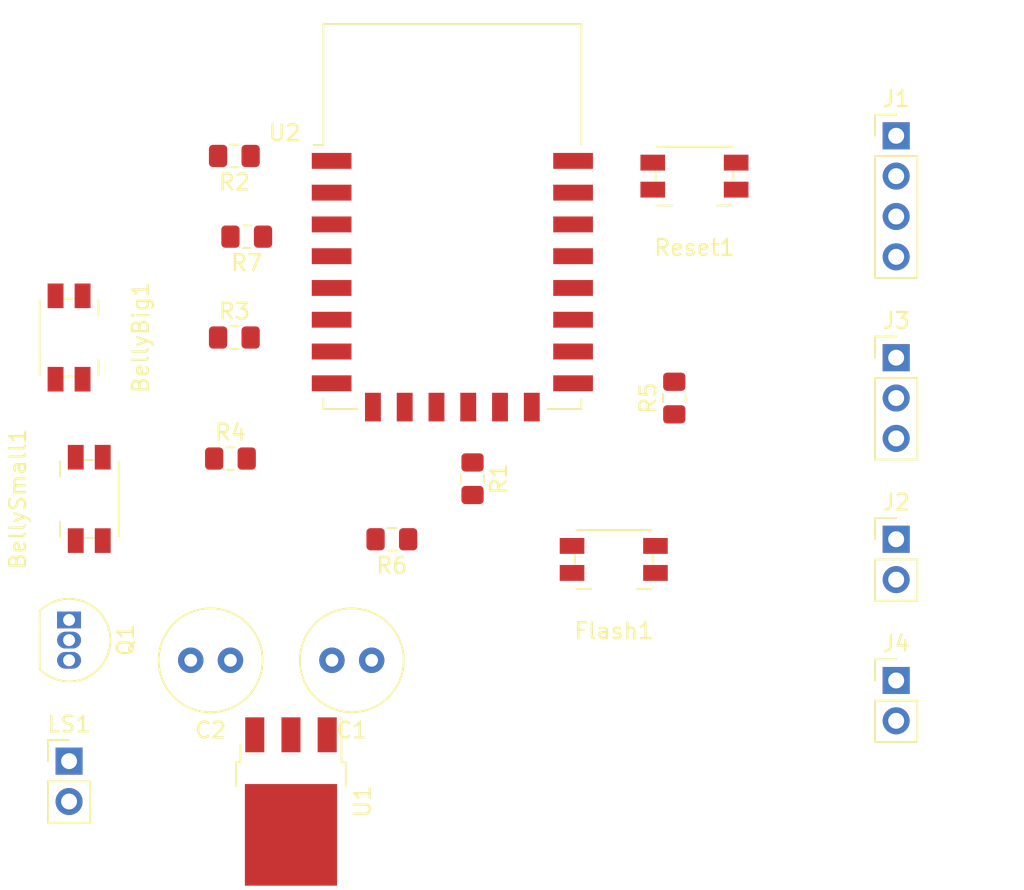
<source format=kicad_pcb>
(kicad_pcb (version 20171130) (host pcbnew 5.1.5+dfsg1-2build2)

  (general
    (thickness 1.6)
    (drawings 0)
    (tracks 0)
    (zones 0)
    (modules 21)
    (nets 28)
  )

  (page A4)
  (layers
    (0 F.Cu signal)
    (31 B.Cu signal)
    (32 B.Adhes user)
    (33 F.Adhes user)
    (34 B.Paste user)
    (35 F.Paste user)
    (36 B.SilkS user)
    (37 F.SilkS user)
    (38 B.Mask user)
    (39 F.Mask user)
    (40 Dwgs.User user)
    (41 Cmts.User user)
    (42 Eco1.User user)
    (43 Eco2.User user)
    (44 Edge.Cuts user)
    (45 Margin user)
    (46 B.CrtYd user)
    (47 F.CrtYd user)
    (48 B.Fab user)
    (49 F.Fab user)
  )

  (setup
    (last_trace_width 0.25)
    (trace_clearance 0.2)
    (zone_clearance 0.508)
    (zone_45_only no)
    (trace_min 0.2)
    (via_size 0.8)
    (via_drill 0.4)
    (via_min_size 0.4)
    (via_min_drill 0.3)
    (uvia_size 0.3)
    (uvia_drill 0.1)
    (uvias_allowed no)
    (uvia_min_size 0.2)
    (uvia_min_drill 0.1)
    (edge_width 0.05)
    (segment_width 0.2)
    (pcb_text_width 0.3)
    (pcb_text_size 1.5 1.5)
    (mod_edge_width 0.12)
    (mod_text_size 1 1)
    (mod_text_width 0.15)
    (pad_size 1.524 1.524)
    (pad_drill 0.762)
    (pad_to_mask_clearance 0.051)
    (solder_mask_min_width 0.25)
    (aux_axis_origin 0 0)
    (visible_elements FFFFFF7F)
    (pcbplotparams
      (layerselection 0x010fc_ffffffff)
      (usegerberextensions false)
      (usegerberattributes false)
      (usegerberadvancedattributes false)
      (creategerberjobfile false)
      (excludeedgelayer true)
      (linewidth 0.100000)
      (plotframeref false)
      (viasonmask false)
      (mode 1)
      (useauxorigin false)
      (hpglpennumber 1)
      (hpglpenspeed 20)
      (hpglpendiameter 15.000000)
      (psnegative false)
      (psa4output false)
      (plotreference true)
      (plotvalue true)
      (plotinvisibletext false)
      (padsonsilk false)
      (subtractmaskfromsilk false)
      (outputformat 1)
      (mirror false)
      (drillshape 1)
      (scaleselection 1)
      (outputdirectory ""))
  )

  (net 0 "")
  (net 1 "Net-(Q1-Pad2)")
  (net 2 GND)
  (net 3 /SPK_OUT)
  (net 4 +5V)
  (net 5 +3V3)
  (net 6 /FLASH)
  (net 7 /RST)
  (net 8 /BELLY_BIG)
  (net 9 /BELLY_SMALL)
  (net 10 /RX)
  (net 11 "Net-(R6-Pad1)")
  (net 12 "Net-(U2-Pad2)")
  (net 13 "Net-(R7-Pad1)")
  (net 14 "Net-(U2-Pad4)")
  (net 15 "Net-(U2-Pad5)")
  (net 16 "Net-(U2-Pad6)")
  (net 17 "Net-(U2-Pad7)")
  (net 18 "Net-(U2-Pad11)")
  (net 19 "Net-(U2-Pad13)")
  (net 20 "Net-(U2-Pad14)")
  (net 21 /TX)
  (net 22 "Net-(U2-Pad17)")
  (net 23 "Net-(U2-Pad18)")
  (net 24 "Net-(U2-Pad19)")
  (net 25 "Net-(U2-Pad20)")
  (net 26 "Net-(U2-Pad21)")
  (net 27 "Net-(U2-Pad22)")

  (net_class Default "This is the default net class."
    (clearance 0.2)
    (trace_width 0.25)
    (via_dia 0.8)
    (via_drill 0.4)
    (uvia_dia 0.3)
    (uvia_drill 0.1)
    (add_net +3V3)
    (add_net +5V)
    (add_net /BELLY_BIG)
    (add_net /BELLY_SMALL)
    (add_net /FLASH)
    (add_net /RST)
    (add_net /RX)
    (add_net /SPK_OUT)
    (add_net /TX)
    (add_net GND)
    (add_net "Net-(Q1-Pad2)")
    (add_net "Net-(R6-Pad1)")
    (add_net "Net-(R7-Pad1)")
    (add_net "Net-(U2-Pad11)")
    (add_net "Net-(U2-Pad13)")
    (add_net "Net-(U2-Pad14)")
    (add_net "Net-(U2-Pad17)")
    (add_net "Net-(U2-Pad18)")
    (add_net "Net-(U2-Pad19)")
    (add_net "Net-(U2-Pad2)")
    (add_net "Net-(U2-Pad20)")
    (add_net "Net-(U2-Pad21)")
    (add_net "Net-(U2-Pad22)")
    (add_net "Net-(U2-Pad4)")
    (add_net "Net-(U2-Pad5)")
    (add_net "Net-(U2-Pad6)")
    (add_net "Net-(U2-Pad7)")
  )

  (module Resistor_SMD:R_0805_2012Metric_Pad1.15x1.40mm_HandSolder (layer F.Cu) (tedit 5B36C52B) (tstamp 5FA1D99A)
    (at 93.735 19.05 180)
    (descr "Resistor SMD 0805 (2012 Metric), square (rectangular) end terminal, IPC_7351 nominal with elongated pad for handsoldering. (Body size source: https://docs.google.com/spreadsheets/d/1BsfQQcO9C6DZCsRaXUlFlo91Tg2WpOkGARC1WS5S8t0/edit?usp=sharing), generated with kicad-footprint-generator")
    (tags "resistor handsolder")
    (path /5FA7C6F6)
    (attr smd)
    (fp_text reference R7 (at 0 -1.65) (layer F.SilkS)
      (effects (font (size 1 1) (thickness 0.15)))
    )
    (fp_text value 10k (at 0 1.65) (layer F.Fab)
      (effects (font (size 1 1) (thickness 0.15)))
    )
    (fp_text user %R (at 0 0) (layer F.Fab)
      (effects (font (size 0.5 0.5) (thickness 0.08)))
    )
    (fp_line (start 1.85 0.95) (end -1.85 0.95) (layer F.CrtYd) (width 0.05))
    (fp_line (start 1.85 -0.95) (end 1.85 0.95) (layer F.CrtYd) (width 0.05))
    (fp_line (start -1.85 -0.95) (end 1.85 -0.95) (layer F.CrtYd) (width 0.05))
    (fp_line (start -1.85 0.95) (end -1.85 -0.95) (layer F.CrtYd) (width 0.05))
    (fp_line (start -0.261252 0.71) (end 0.261252 0.71) (layer F.SilkS) (width 0.12))
    (fp_line (start -0.261252 -0.71) (end 0.261252 -0.71) (layer F.SilkS) (width 0.12))
    (fp_line (start 1 0.6) (end -1 0.6) (layer F.Fab) (width 0.1))
    (fp_line (start 1 -0.6) (end 1 0.6) (layer F.Fab) (width 0.1))
    (fp_line (start -1 -0.6) (end 1 -0.6) (layer F.Fab) (width 0.1))
    (fp_line (start -1 0.6) (end -1 -0.6) (layer F.Fab) (width 0.1))
    (pad 2 smd roundrect (at 1.025 0 180) (size 1.15 1.4) (layers F.Cu F.Paste F.Mask) (roundrect_rratio 0.217391)
      (net 5 +3V3))
    (pad 1 smd roundrect (at -1.025 0 180) (size 1.15 1.4) (layers F.Cu F.Paste F.Mask) (roundrect_rratio 0.217391)
      (net 13 "Net-(R7-Pad1)"))
    (model ${KISYS3DMOD}/Resistor_SMD.3dshapes/R_0805_2012Metric.wrl
      (at (xyz 0 0 0))
      (scale (xyz 1 1 1))
      (rotate (xyz 0 0 0))
    )
  )

  (module Connector_PinHeader_2.54mm:PinHeader_1x02_P2.54mm_Vertical (layer F.Cu) (tedit 59FED5CC) (tstamp 5FA1D8A7)
    (at 82.55 52.07)
    (descr "Through hole straight pin header, 1x02, 2.54mm pitch, single row")
    (tags "Through hole pin header THT 1x02 2.54mm single row")
    (path /5F9F2EAD)
    (fp_text reference LS1 (at 0 -2.33) (layer F.SilkS)
      (effects (font (size 1 1) (thickness 0.15)))
    )
    (fp_text value Speaker (at 0 4.87) (layer F.Fab)
      (effects (font (size 1 1) (thickness 0.15)))
    )
    (fp_text user %R (at 0 1.27 90) (layer F.Fab)
      (effects (font (size 1 1) (thickness 0.15)))
    )
    (fp_line (start 1.8 -1.8) (end -1.8 -1.8) (layer F.CrtYd) (width 0.05))
    (fp_line (start 1.8 4.35) (end 1.8 -1.8) (layer F.CrtYd) (width 0.05))
    (fp_line (start -1.8 4.35) (end 1.8 4.35) (layer F.CrtYd) (width 0.05))
    (fp_line (start -1.8 -1.8) (end -1.8 4.35) (layer F.CrtYd) (width 0.05))
    (fp_line (start -1.33 -1.33) (end 0 -1.33) (layer F.SilkS) (width 0.12))
    (fp_line (start -1.33 0) (end -1.33 -1.33) (layer F.SilkS) (width 0.12))
    (fp_line (start -1.33 1.27) (end 1.33 1.27) (layer F.SilkS) (width 0.12))
    (fp_line (start 1.33 1.27) (end 1.33 3.87) (layer F.SilkS) (width 0.12))
    (fp_line (start -1.33 1.27) (end -1.33 3.87) (layer F.SilkS) (width 0.12))
    (fp_line (start -1.33 3.87) (end 1.33 3.87) (layer F.SilkS) (width 0.12))
    (fp_line (start -1.27 -0.635) (end -0.635 -1.27) (layer F.Fab) (width 0.1))
    (fp_line (start -1.27 3.81) (end -1.27 -0.635) (layer F.Fab) (width 0.1))
    (fp_line (start 1.27 3.81) (end -1.27 3.81) (layer F.Fab) (width 0.1))
    (fp_line (start 1.27 -1.27) (end 1.27 3.81) (layer F.Fab) (width 0.1))
    (fp_line (start -0.635 -1.27) (end 1.27 -1.27) (layer F.Fab) (width 0.1))
    (pad 2 thru_hole oval (at 0 2.54) (size 1.7 1.7) (drill 1) (layers *.Cu *.Mask)
      (net 3 /SPK_OUT))
    (pad 1 thru_hole rect (at 0 0) (size 1.7 1.7) (drill 1) (layers *.Cu *.Mask)
      (net 4 +5V))
    (model ${KISYS3DMOD}/Connector_PinHeader_2.54mm.3dshapes/PinHeader_1x02_P2.54mm_Vertical.wrl
      (at (xyz 0 0 0))
      (scale (xyz 1 1 1))
      (rotate (xyz 0 0 0))
    )
  )

  (module Capacitor_THT:C_Radial_D6.3mm_H11.0mm_P2.50mm (layer F.Cu) (tedit 5BC5C9B9) (tstamp 5FA1D7B3)
    (at 92.71 45.72 180)
    (descr "C, Radial series, Radial, pin pitch=2.50mm, diameter=6.3mm, height=11mm, Non-Polar Electrolytic Capacitor")
    (tags "C Radial series Radial pin pitch 2.50mm diameter 6.3mm height 11mm Non-Polar Electrolytic Capacitor")
    (path /5FA6DC5F)
    (fp_text reference C2 (at 1.25 -4.4) (layer F.SilkS)
      (effects (font (size 1 1) (thickness 0.15)))
    )
    (fp_text value 10uF (at 1.25 4.4) (layer F.Fab)
      (effects (font (size 1 1) (thickness 0.15)))
    )
    (fp_text user %R (at -0.23 2.54) (layer F.Fab)
      (effects (font (size 1 1) (thickness 0.15)))
    )
    (fp_circle (center 1.25 0) (end 4.65 0) (layer F.CrtYd) (width 0.05))
    (fp_circle (center 1.25 0) (end 4.52 0) (layer F.SilkS) (width 0.12))
    (fp_circle (center 1.25 0) (end 4.4 0) (layer F.Fab) (width 0.1))
    (pad 2 thru_hole circle (at 2.5 0 180) (size 1.6 1.6) (drill 0.8) (layers *.Cu *.Mask)
      (net 2 GND))
    (pad 1 thru_hole circle (at 0 0 180) (size 1.6 1.6) (drill 0.8) (layers *.Cu *.Mask)
      (net 5 +3V3))
    (model ${KISYS3DMOD}/Capacitor_THT.3dshapes/C_Radial_D6.3mm_H11.0mm_P2.50mm.wrl
      (at (xyz 0 0 0))
      (scale (xyz 1 1 1))
      (rotate (xyz 0 0 0))
    )
  )

  (module Capacitor_THT:C_Radial_D6.3mm_H11.0mm_P2.50mm (layer F.Cu) (tedit 5BC5C9B9) (tstamp 5FA1D7A9)
    (at 101.6 45.72 180)
    (descr "C, Radial series, Radial, pin pitch=2.50mm, diameter=6.3mm, height=11mm, Non-Polar Electrolytic Capacitor")
    (tags "C Radial series Radial pin pitch 2.50mm diameter 6.3mm height 11mm Non-Polar Electrolytic Capacitor")
    (path /5FA6E73C)
    (fp_text reference C1 (at 1.25 -4.4) (layer F.SilkS)
      (effects (font (size 1 1) (thickness 0.15)))
    )
    (fp_text value 10uF (at 1.25 4.4) (layer F.Fab)
      (effects (font (size 1 1) (thickness 0.15)))
    )
    (fp_text user %R (at 1.25 0) (layer F.Fab)
      (effects (font (size 1 1) (thickness 0.15)))
    )
    (fp_circle (center 1.25 0) (end 4.65 0) (layer F.CrtYd) (width 0.05))
    (fp_circle (center 1.25 0) (end 4.52 0) (layer F.SilkS) (width 0.12))
    (fp_circle (center 1.25 0) (end 4.4 0) (layer F.Fab) (width 0.1))
    (pad 2 thru_hole circle (at 2.5 0 180) (size 1.6 1.6) (drill 0.8) (layers *.Cu *.Mask)
      (net 2 GND))
    (pad 1 thru_hole circle (at 0 0 180) (size 1.6 1.6) (drill 0.8) (layers *.Cu *.Mask)
      (net 4 +5V))
    (model ${KISYS3DMOD}/Capacitor_THT.3dshapes/C_Radial_D6.3mm_H11.0mm_P2.50mm.wrl
      (at (xyz 0 0 0))
      (scale (xyz 1 1 1))
      (rotate (xyz 0 0 0))
    )
  )

  (module Connector_PinHeader_2.54mm:PinHeader_1x02_P2.54mm_Vertical (layer F.Cu) (tedit 59FED5CC) (tstamp 5FA1CD87)
    (at 134.62 46.99)
    (descr "Through hole straight pin header, 1x02, 2.54mm pitch, single row")
    (tags "Through hole pin header THT 1x02 2.54mm single row")
    (path /5FA53531)
    (fp_text reference J4 (at 0 -2.33) (layer F.SilkS)
      (effects (font (size 1 1) (thickness 0.15)))
    )
    (fp_text value Battery (at 0 4.87) (layer F.Fab)
      (effects (font (size 1 1) (thickness 0.15)))
    )
    (fp_text user %R (at 0 1.27 90) (layer F.Fab)
      (effects (font (size 1 1) (thickness 0.15)))
    )
    (fp_line (start 1.8 -1.8) (end -1.8 -1.8) (layer F.CrtYd) (width 0.05))
    (fp_line (start 1.8 4.35) (end 1.8 -1.8) (layer F.CrtYd) (width 0.05))
    (fp_line (start -1.8 4.35) (end 1.8 4.35) (layer F.CrtYd) (width 0.05))
    (fp_line (start -1.8 -1.8) (end -1.8 4.35) (layer F.CrtYd) (width 0.05))
    (fp_line (start -1.33 -1.33) (end 0 -1.33) (layer F.SilkS) (width 0.12))
    (fp_line (start -1.33 0) (end -1.33 -1.33) (layer F.SilkS) (width 0.12))
    (fp_line (start -1.33 1.27) (end 1.33 1.27) (layer F.SilkS) (width 0.12))
    (fp_line (start 1.33 1.27) (end 1.33 3.87) (layer F.SilkS) (width 0.12))
    (fp_line (start -1.33 1.27) (end -1.33 3.87) (layer F.SilkS) (width 0.12))
    (fp_line (start -1.33 3.87) (end 1.33 3.87) (layer F.SilkS) (width 0.12))
    (fp_line (start -1.27 -0.635) (end -0.635 -1.27) (layer F.Fab) (width 0.1))
    (fp_line (start -1.27 3.81) (end -1.27 -0.635) (layer F.Fab) (width 0.1))
    (fp_line (start 1.27 3.81) (end -1.27 3.81) (layer F.Fab) (width 0.1))
    (fp_line (start 1.27 -1.27) (end 1.27 3.81) (layer F.Fab) (width 0.1))
    (fp_line (start -0.635 -1.27) (end 1.27 -1.27) (layer F.Fab) (width 0.1))
    (pad 2 thru_hole oval (at 0 2.54) (size 1.7 1.7) (drill 1) (layers *.Cu *.Mask)
      (net 4 +5V))
    (pad 1 thru_hole rect (at 0 0) (size 1.7 1.7) (drill 1) (layers *.Cu *.Mask)
      (net 2 GND))
    (model ${KISYS3DMOD}/Connector_PinHeader_2.54mm.3dshapes/PinHeader_1x02_P2.54mm_Vertical.wrl
      (at (xyz 0 0 0))
      (scale (xyz 1 1 1))
      (rotate (xyz 0 0 0))
    )
  )

  (module Connector_PinHeader_2.54mm:PinHeader_1x03_P2.54mm_Vertical (layer F.Cu) (tedit 59FED5CC) (tstamp 5FA1CD71)
    (at 134.62 26.67)
    (descr "Through hole straight pin header, 1x03, 2.54mm pitch, single row")
    (tags "Through hole pin header THT 1x03 2.54mm single row")
    (path /5FA4342D)
    (fp_text reference J3 (at 0 -2.33) (layer F.SilkS)
      (effects (font (size 1 1) (thickness 0.15)))
    )
    (fp_text value "RGB LED" (at 0 7.41) (layer F.Fab)
      (effects (font (size 1 1) (thickness 0.15)))
    )
    (fp_text user %R (at 0 2.54 90) (layer F.Fab)
      (effects (font (size 1 1) (thickness 0.15)))
    )
    (fp_line (start 1.8 -1.8) (end -1.8 -1.8) (layer F.CrtYd) (width 0.05))
    (fp_line (start 1.8 6.85) (end 1.8 -1.8) (layer F.CrtYd) (width 0.05))
    (fp_line (start -1.8 6.85) (end 1.8 6.85) (layer F.CrtYd) (width 0.05))
    (fp_line (start -1.8 -1.8) (end -1.8 6.85) (layer F.CrtYd) (width 0.05))
    (fp_line (start -1.33 -1.33) (end 0 -1.33) (layer F.SilkS) (width 0.12))
    (fp_line (start -1.33 0) (end -1.33 -1.33) (layer F.SilkS) (width 0.12))
    (fp_line (start -1.33 1.27) (end 1.33 1.27) (layer F.SilkS) (width 0.12))
    (fp_line (start 1.33 1.27) (end 1.33 6.41) (layer F.SilkS) (width 0.12))
    (fp_line (start -1.33 1.27) (end -1.33 6.41) (layer F.SilkS) (width 0.12))
    (fp_line (start -1.33 6.41) (end 1.33 6.41) (layer F.SilkS) (width 0.12))
    (fp_line (start -1.27 -0.635) (end -0.635 -1.27) (layer F.Fab) (width 0.1))
    (fp_line (start -1.27 6.35) (end -1.27 -0.635) (layer F.Fab) (width 0.1))
    (fp_line (start 1.27 6.35) (end -1.27 6.35) (layer F.Fab) (width 0.1))
    (fp_line (start 1.27 -1.27) (end 1.27 6.35) (layer F.Fab) (width 0.1))
    (fp_line (start -0.635 -1.27) (end 1.27 -1.27) (layer F.Fab) (width 0.1))
    (pad 3 thru_hole oval (at 0 5.08) (size 1.7 1.7) (drill 1) (layers *.Cu *.Mask)
      (net 4 +5V))
    (pad 2 thru_hole oval (at 0 2.54) (size 1.7 1.7) (drill 1) (layers *.Cu *.Mask)
      (net 6 /FLASH))
    (pad 1 thru_hole rect (at 0 0) (size 1.7 1.7) (drill 1) (layers *.Cu *.Mask)
      (net 2 GND))
    (model ${KISYS3DMOD}/Connector_PinHeader_2.54mm.3dshapes/PinHeader_1x03_P2.54mm_Vertical.wrl
      (at (xyz 0 0 0))
      (scale (xyz 1 1 1))
      (rotate (xyz 0 0 0))
    )
  )

  (module Connector_PinHeader_2.54mm:PinHeader_1x02_P2.54mm_Vertical (layer F.Cu) (tedit 59FED5CC) (tstamp 5FA1CD5A)
    (at 134.62 38.1)
    (descr "Through hole straight pin header, 1x02, 2.54mm pitch, single row")
    (tags "Through hole pin header THT 1x02 2.54mm single row")
    (path /5FA4238A)
    (fp_text reference J2 (at 0 -2.33) (layer F.SilkS)
      (effects (font (size 1 1) (thickness 0.15)))
    )
    (fp_text value Speaker (at 0 4.87) (layer F.Fab)
      (effects (font (size 1 1) (thickness 0.15)))
    )
    (fp_text user %R (at 0 1.27 90) (layer F.Fab)
      (effects (font (size 1 1) (thickness 0.15)))
    )
    (fp_line (start 1.8 -1.8) (end -1.8 -1.8) (layer F.CrtYd) (width 0.05))
    (fp_line (start 1.8 4.35) (end 1.8 -1.8) (layer F.CrtYd) (width 0.05))
    (fp_line (start -1.8 4.35) (end 1.8 4.35) (layer F.CrtYd) (width 0.05))
    (fp_line (start -1.8 -1.8) (end -1.8 4.35) (layer F.CrtYd) (width 0.05))
    (fp_line (start -1.33 -1.33) (end 0 -1.33) (layer F.SilkS) (width 0.12))
    (fp_line (start -1.33 0) (end -1.33 -1.33) (layer F.SilkS) (width 0.12))
    (fp_line (start -1.33 1.27) (end 1.33 1.27) (layer F.SilkS) (width 0.12))
    (fp_line (start 1.33 1.27) (end 1.33 3.87) (layer F.SilkS) (width 0.12))
    (fp_line (start -1.33 1.27) (end -1.33 3.87) (layer F.SilkS) (width 0.12))
    (fp_line (start -1.33 3.87) (end 1.33 3.87) (layer F.SilkS) (width 0.12))
    (fp_line (start -1.27 -0.635) (end -0.635 -1.27) (layer F.Fab) (width 0.1))
    (fp_line (start -1.27 3.81) (end -1.27 -0.635) (layer F.Fab) (width 0.1))
    (fp_line (start 1.27 3.81) (end -1.27 3.81) (layer F.Fab) (width 0.1))
    (fp_line (start 1.27 -1.27) (end 1.27 3.81) (layer F.Fab) (width 0.1))
    (fp_line (start -0.635 -1.27) (end 1.27 -1.27) (layer F.Fab) (width 0.1))
    (pad 2 thru_hole oval (at 0 2.54) (size 1.7 1.7) (drill 1) (layers *.Cu *.Mask)
      (net 4 +5V))
    (pad 1 thru_hole rect (at 0 0) (size 1.7 1.7) (drill 1) (layers *.Cu *.Mask)
      (net 3 /SPK_OUT))
    (model ${KISYS3DMOD}/Connector_PinHeader_2.54mm.3dshapes/PinHeader_1x02_P2.54mm_Vertical.wrl
      (at (xyz 0 0 0))
      (scale (xyz 1 1 1))
      (rotate (xyz 0 0 0))
    )
  )

  (module Connector_PinHeader_2.54mm:PinHeader_1x04_P2.54mm_Vertical (layer F.Cu) (tedit 59FED5CC) (tstamp 5FA1CD44)
    (at 134.62 12.7)
    (descr "Through hole straight pin header, 1x04, 2.54mm pitch, single row")
    (tags "Through hole pin header THT 1x04 2.54mm single row")
    (path /5F9FC3C9)
    (fp_text reference J1 (at 0 -2.33) (layer F.SilkS)
      (effects (font (size 1 1) (thickness 0.15)))
    )
    (fp_text value "Programming Header" (at 0 9.95) (layer F.Fab)
      (effects (font (size 1 1) (thickness 0.15)))
    )
    (fp_text user %R (at 0 3.81 90) (layer F.Fab)
      (effects (font (size 1 1) (thickness 0.15)))
    )
    (fp_line (start 1.8 -1.8) (end -1.8 -1.8) (layer F.CrtYd) (width 0.05))
    (fp_line (start 1.8 9.4) (end 1.8 -1.8) (layer F.CrtYd) (width 0.05))
    (fp_line (start -1.8 9.4) (end 1.8 9.4) (layer F.CrtYd) (width 0.05))
    (fp_line (start -1.8 -1.8) (end -1.8 9.4) (layer F.CrtYd) (width 0.05))
    (fp_line (start -1.33 -1.33) (end 0 -1.33) (layer F.SilkS) (width 0.12))
    (fp_line (start -1.33 0) (end -1.33 -1.33) (layer F.SilkS) (width 0.12))
    (fp_line (start -1.33 1.27) (end 1.33 1.27) (layer F.SilkS) (width 0.12))
    (fp_line (start 1.33 1.27) (end 1.33 8.95) (layer F.SilkS) (width 0.12))
    (fp_line (start -1.33 1.27) (end -1.33 8.95) (layer F.SilkS) (width 0.12))
    (fp_line (start -1.33 8.95) (end 1.33 8.95) (layer F.SilkS) (width 0.12))
    (fp_line (start -1.27 -0.635) (end -0.635 -1.27) (layer F.Fab) (width 0.1))
    (fp_line (start -1.27 8.89) (end -1.27 -0.635) (layer F.Fab) (width 0.1))
    (fp_line (start 1.27 8.89) (end -1.27 8.89) (layer F.Fab) (width 0.1))
    (fp_line (start 1.27 -1.27) (end 1.27 8.89) (layer F.Fab) (width 0.1))
    (fp_line (start -0.635 -1.27) (end 1.27 -1.27) (layer F.Fab) (width 0.1))
    (pad 4 thru_hole oval (at 0 7.62) (size 1.7 1.7) (drill 1) (layers *.Cu *.Mask)
      (net 4 +5V))
    (pad 3 thru_hole oval (at 0 5.08) (size 1.7 1.7) (drill 1) (layers *.Cu *.Mask)
      (net 10 /RX))
    (pad 2 thru_hole oval (at 0 2.54) (size 1.7 1.7) (drill 1) (layers *.Cu *.Mask)
      (net 21 /TX))
    (pad 1 thru_hole rect (at 0 0) (size 1.7 1.7) (drill 1) (layers *.Cu *.Mask)
      (net 2 GND))
    (model ${KISYS3DMOD}/Connector_PinHeader_2.54mm.3dshapes/PinHeader_1x04_P2.54mm_Vertical.wrl
      (at (xyz 0 0 0))
      (scale (xyz 1 1 1))
      (rotate (xyz 0 0 0))
    )
  )

  (module Button_Switch_SMD:Panasonic_EVQPUJ_EVQPUA (layer F.Cu) (tedit 5A02FC95) (tstamp 5FA1BC02)
    (at 121.92 15.24 180)
    (descr http://industrial.panasonic.com/cdbs/www-data/pdf/ATV0000/ATV0000CE5.pdf)
    (tags "SMD SMT SPST EVQPUJ EVQPUA")
    (path /5FA0F0FA)
    (attr smd)
    (fp_text reference Reset1 (at 0 -4.5) (layer F.SilkS)
      (effects (font (size 1 1) (thickness 0.15)))
    )
    (fp_text value SW_Push (at 0 3.5) (layer F.Fab)
      (effects (font (size 1 1) (thickness 0.15)))
    )
    (fp_line (start 3.9 -3.25) (end -3.9 -3.25) (layer F.CrtYd) (width 0.05))
    (fp_line (start 3.9 2.25) (end -3.9 2.25) (layer F.CrtYd) (width 0.05))
    (fp_line (start -3.9 2.25) (end -3.9 -3.25) (layer F.CrtYd) (width 0.05))
    (fp_line (start -1.425 -1.85) (end -2.35 -1.85) (layer F.SilkS) (width 0.12))
    (fp_line (start 2.45 0.275) (end 2.45 -0.275) (layer F.SilkS) (width 0.12))
    (fp_line (start 2.35 1.75) (end -2.35 1.75) (layer F.Fab) (width 0.1))
    (fp_line (start 2.35 -1.75) (end -2.35 -1.75) (layer F.Fab) (width 0.1))
    (fp_line (start -2.35 1.75) (end -2.35 -1.75) (layer F.Fab) (width 0.1))
    (fp_line (start 2.35 1.75) (end 2.35 -1.75) (layer F.Fab) (width 0.1))
    (fp_line (start 1.3 -2.75) (end -1.3 -2.75) (layer F.Fab) (width 0.1))
    (fp_line (start 1.3 -2.75) (end 1.3 -1.75) (layer F.Fab) (width 0.1))
    (fp_line (start -1.3 -2.75) (end -1.3 -1.75) (layer F.Fab) (width 0.1))
    (fp_line (start -2.45 0.275) (end -2.45 -0.275) (layer F.SilkS) (width 0.12))
    (fp_line (start 2.35 1.85) (end -2.35 1.85) (layer F.SilkS) (width 0.12))
    (fp_line (start 2.35 -1.85) (end 1.425 -1.85) (layer F.SilkS) (width 0.12))
    (fp_line (start 3.9 2.25) (end 3.9 -3.25) (layer F.CrtYd) (width 0.05))
    (fp_text user %R (at 0 0) (layer F.Fab)
      (effects (font (size 1 1) (thickness 0.15)))
    )
    (pad 1 smd rect (at 2.625 -0.85) (size 1.55 1) (layers F.Cu F.Paste F.Mask)
      (net 2 GND))
    (pad 1 smd rect (at -2.625 -0.85) (size 1.55 1) (layers F.Cu F.Paste F.Mask)
      (net 2 GND))
    (pad 2 smd rect (at -2.625 0.85) (size 1.55 1) (layers F.Cu F.Paste F.Mask)
      (net 7 /RST))
    (pad 2 smd rect (at 2.625 0.85) (size 1.55 1) (layers F.Cu F.Paste F.Mask)
      (net 7 /RST))
    (model ${KISYS3DMOD}/Button_Switch_SMD.3dshapes/Panasonic_EVQPUJ_EVQPUA.wrl
      (at (xyz 0 0 0))
      (scale (xyz 1 1 1))
      (rotate (xyz 0 0 0))
    )
  )

  (module Button_Switch_SMD:Panasonic_EVQPUJ_EVQPUA (layer F.Cu) (tedit 5A02FC95) (tstamp 5FA1BB07)
    (at 116.84 39.37 180)
    (descr http://industrial.panasonic.com/cdbs/www-data/pdf/ATV0000/ATV0000CE5.pdf)
    (tags "SMD SMT SPST EVQPUJ EVQPUA")
    (path /5FA046C3)
    (attr smd)
    (fp_text reference Flash1 (at 0 -4.5 180) (layer F.SilkS)
      (effects (font (size 1 1) (thickness 0.15)))
    )
    (fp_text value SW_Push (at 0 3.5) (layer F.Fab)
      (effects (font (size 1 1) (thickness 0.15)))
    )
    (fp_line (start 3.9 -3.25) (end -3.9 -3.25) (layer F.CrtYd) (width 0.05))
    (fp_line (start 3.9 2.25) (end -3.9 2.25) (layer F.CrtYd) (width 0.05))
    (fp_line (start -3.9 2.25) (end -3.9 -3.25) (layer F.CrtYd) (width 0.05))
    (fp_line (start -1.425 -1.85) (end -2.35 -1.85) (layer F.SilkS) (width 0.12))
    (fp_line (start 2.45 0.275) (end 2.45 -0.275) (layer F.SilkS) (width 0.12))
    (fp_line (start 2.35 1.75) (end -2.35 1.75) (layer F.Fab) (width 0.1))
    (fp_line (start 2.35 -1.75) (end -2.35 -1.75) (layer F.Fab) (width 0.1))
    (fp_line (start -2.35 1.75) (end -2.35 -1.75) (layer F.Fab) (width 0.1))
    (fp_line (start 2.35 1.75) (end 2.35 -1.75) (layer F.Fab) (width 0.1))
    (fp_line (start 1.3 -2.75) (end -1.3 -2.75) (layer F.Fab) (width 0.1))
    (fp_line (start 1.3 -2.75) (end 1.3 -1.75) (layer F.Fab) (width 0.1))
    (fp_line (start -1.3 -2.75) (end -1.3 -1.75) (layer F.Fab) (width 0.1))
    (fp_line (start -2.45 0.275) (end -2.45 -0.275) (layer F.SilkS) (width 0.12))
    (fp_line (start 2.35 1.85) (end -2.35 1.85) (layer F.SilkS) (width 0.12))
    (fp_line (start 2.35 -1.85) (end 1.425 -1.85) (layer F.SilkS) (width 0.12))
    (fp_line (start 3.9 2.25) (end 3.9 -3.25) (layer F.CrtYd) (width 0.05))
    (fp_text user %R (at 0 0 180) (layer F.Fab)
      (effects (font (size 1 1) (thickness 0.15)))
    )
    (pad 1 smd rect (at 2.625 -0.85) (size 1.55 1) (layers F.Cu F.Paste F.Mask)
      (net 2 GND))
    (pad 1 smd rect (at -2.625 -0.85) (size 1.55 1) (layers F.Cu F.Paste F.Mask)
      (net 2 GND))
    (pad 2 smd rect (at -2.625 0.85) (size 1.55 1) (layers F.Cu F.Paste F.Mask)
      (net 6 /FLASH))
    (pad 2 smd rect (at 2.625 0.85) (size 1.55 1) (layers F.Cu F.Paste F.Mask)
      (net 6 /FLASH))
    (model ${KISYS3DMOD}/Button_Switch_SMD.3dshapes/Panasonic_EVQPUJ_EVQPUA.wrl
      (at (xyz 0 0 0))
      (scale (xyz 1 1 1))
      (rotate (xyz 0 0 0))
    )
  )

  (module Button_Switch_SMD:Panasonic_EVQPUJ_EVQPUA (layer F.Cu) (tedit 5A02FC95) (tstamp 5FA1BAEE)
    (at 83.82 35.56 90)
    (descr http://industrial.panasonic.com/cdbs/www-data/pdf/ATV0000/ATV0000CE5.pdf)
    (tags "SMD SMT SPST EVQPUJ EVQPUA")
    (path /5FA3CB74)
    (attr smd)
    (fp_text reference BellySmall1 (at 0 -4.5 90) (layer F.SilkS)
      (effects (font (size 1 1) (thickness 0.15)))
    )
    (fp_text value SW_Push (at 0 3.5 90) (layer F.Fab)
      (effects (font (size 1 1) (thickness 0.15)))
    )
    (fp_line (start 3.9 -3.25) (end -3.9 -3.25) (layer F.CrtYd) (width 0.05))
    (fp_line (start 3.9 2.25) (end -3.9 2.25) (layer F.CrtYd) (width 0.05))
    (fp_line (start -3.9 2.25) (end -3.9 -3.25) (layer F.CrtYd) (width 0.05))
    (fp_line (start -1.425 -1.85) (end -2.35 -1.85) (layer F.SilkS) (width 0.12))
    (fp_line (start 2.45 0.275) (end 2.45 -0.275) (layer F.SilkS) (width 0.12))
    (fp_line (start 2.35 1.75) (end -2.35 1.75) (layer F.Fab) (width 0.1))
    (fp_line (start 2.35 -1.75) (end -2.35 -1.75) (layer F.Fab) (width 0.1))
    (fp_line (start -2.35 1.75) (end -2.35 -1.75) (layer F.Fab) (width 0.1))
    (fp_line (start 2.35 1.75) (end 2.35 -1.75) (layer F.Fab) (width 0.1))
    (fp_line (start 1.3 -2.75) (end -1.3 -2.75) (layer F.Fab) (width 0.1))
    (fp_line (start 1.3 -2.75) (end 1.3 -1.75) (layer F.Fab) (width 0.1))
    (fp_line (start -1.3 -2.75) (end -1.3 -1.75) (layer F.Fab) (width 0.1))
    (fp_line (start -2.45 0.275) (end -2.45 -0.275) (layer F.SilkS) (width 0.12))
    (fp_line (start 2.35 1.85) (end -2.35 1.85) (layer F.SilkS) (width 0.12))
    (fp_line (start 2.35 -1.85) (end 1.425 -1.85) (layer F.SilkS) (width 0.12))
    (fp_line (start 3.9 2.25) (end 3.9 -3.25) (layer F.CrtYd) (width 0.05))
    (fp_text user %R (at 0 0 90) (layer F.Fab)
      (effects (font (size 1 1) (thickness 0.15)))
    )
    (pad 1 smd rect (at 2.625 -0.85 270) (size 1.55 1) (layers F.Cu F.Paste F.Mask)
      (net 2 GND))
    (pad 1 smd rect (at -2.625 -0.85 270) (size 1.55 1) (layers F.Cu F.Paste F.Mask)
      (net 2 GND))
    (pad 2 smd rect (at -2.625 0.85 270) (size 1.55 1) (layers F.Cu F.Paste F.Mask)
      (net 9 /BELLY_SMALL))
    (pad 2 smd rect (at 2.625 0.85 270) (size 1.55 1) (layers F.Cu F.Paste F.Mask)
      (net 9 /BELLY_SMALL))
    (model ${KISYS3DMOD}/Button_Switch_SMD.3dshapes/Panasonic_EVQPUJ_EVQPUA.wrl
      (at (xyz 0 0 0))
      (scale (xyz 1 1 1))
      (rotate (xyz 0 0 0))
    )
  )

  (module Button_Switch_SMD:Panasonic_EVQPUJ_EVQPUA (layer F.Cu) (tedit 5A02FC95) (tstamp 5FA1BAD5)
    (at 82.55 25.4 270)
    (descr http://industrial.panasonic.com/cdbs/www-data/pdf/ATV0000/ATV0000CE5.pdf)
    (tags "SMD SMT SPST EVQPUJ EVQPUA")
    (path /5FA0F82A)
    (attr smd)
    (fp_text reference BellyBig1 (at 0 -4.5 90) (layer F.SilkS)
      (effects (font (size 1 1) (thickness 0.15)))
    )
    (fp_text value SW_Push (at 0 3.5 90) (layer F.Fab)
      (effects (font (size 1 1) (thickness 0.15)))
    )
    (fp_line (start 3.9 -3.25) (end -3.9 -3.25) (layer F.CrtYd) (width 0.05))
    (fp_line (start 3.9 2.25) (end -3.9 2.25) (layer F.CrtYd) (width 0.05))
    (fp_line (start -3.9 2.25) (end -3.9 -3.25) (layer F.CrtYd) (width 0.05))
    (fp_line (start -1.425 -1.85) (end -2.35 -1.85) (layer F.SilkS) (width 0.12))
    (fp_line (start 2.45 0.275) (end 2.45 -0.275) (layer F.SilkS) (width 0.12))
    (fp_line (start 2.35 1.75) (end -2.35 1.75) (layer F.Fab) (width 0.1))
    (fp_line (start 2.35 -1.75) (end -2.35 -1.75) (layer F.Fab) (width 0.1))
    (fp_line (start -2.35 1.75) (end -2.35 -1.75) (layer F.Fab) (width 0.1))
    (fp_line (start 2.35 1.75) (end 2.35 -1.75) (layer F.Fab) (width 0.1))
    (fp_line (start 1.3 -2.75) (end -1.3 -2.75) (layer F.Fab) (width 0.1))
    (fp_line (start 1.3 -2.75) (end 1.3 -1.75) (layer F.Fab) (width 0.1))
    (fp_line (start -1.3 -2.75) (end -1.3 -1.75) (layer F.Fab) (width 0.1))
    (fp_line (start -2.45 0.275) (end -2.45 -0.275) (layer F.SilkS) (width 0.12))
    (fp_line (start 2.35 1.85) (end -2.35 1.85) (layer F.SilkS) (width 0.12))
    (fp_line (start 2.35 -1.85) (end 1.425 -1.85) (layer F.SilkS) (width 0.12))
    (fp_line (start 3.9 2.25) (end 3.9 -3.25) (layer F.CrtYd) (width 0.05))
    (fp_text user %R (at 0 0 90) (layer F.Fab)
      (effects (font (size 1 1) (thickness 0.15)))
    )
    (pad 1 smd rect (at 2.625 -0.85 90) (size 1.55 1) (layers F.Cu F.Paste F.Mask)
      (net 2 GND))
    (pad 1 smd rect (at -2.625 -0.85 90) (size 1.55 1) (layers F.Cu F.Paste F.Mask)
      (net 2 GND))
    (pad 2 smd rect (at -2.625 0.85 90) (size 1.55 1) (layers F.Cu F.Paste F.Mask)
      (net 8 /BELLY_BIG))
    (pad 2 smd rect (at 2.625 0.85 90) (size 1.55 1) (layers F.Cu F.Paste F.Mask)
      (net 8 /BELLY_BIG))
    (model ${KISYS3DMOD}/Button_Switch_SMD.3dshapes/Panasonic_EVQPUJ_EVQPUA.wrl
      (at (xyz 0 0 0))
      (scale (xyz 1 1 1))
      (rotate (xyz 0 0 0))
    )
  )

  (module Package_TO_SOT_THT:TO-92_Inline (layer F.Cu) (tedit 5A1DD157) (tstamp 5F9F27F8)
    (at 82.55 43.18 270)
    (descr "TO-92 leads in-line, narrow, oval pads, drill 0.75mm (see NXP sot054_po.pdf)")
    (tags "to-92 sc-43 sc-43a sot54 PA33 transistor")
    (path /5F9F142A)
    (fp_text reference Q1 (at 1.27 -3.56 90) (layer F.SilkS)
      (effects (font (size 1 1) (thickness 0.15)))
    )
    (fp_text value BC547 (at 1.27 2.79 90) (layer F.Fab)
      (effects (font (size 1 1) (thickness 0.15)))
    )
    (fp_text user %R (at 1.27 -3.56 90) (layer F.Fab)
      (effects (font (size 1 1) (thickness 0.15)))
    )
    (fp_line (start -0.53 1.85) (end 3.07 1.85) (layer F.SilkS) (width 0.12))
    (fp_line (start -0.5 1.75) (end 3 1.75) (layer F.Fab) (width 0.1))
    (fp_line (start -1.46 -2.73) (end 4 -2.73) (layer F.CrtYd) (width 0.05))
    (fp_line (start -1.46 -2.73) (end -1.46 2.01) (layer F.CrtYd) (width 0.05))
    (fp_line (start 4 2.01) (end 4 -2.73) (layer F.CrtYd) (width 0.05))
    (fp_line (start 4 2.01) (end -1.46 2.01) (layer F.CrtYd) (width 0.05))
    (fp_arc (start 1.27 0) (end 1.27 -2.48) (angle 135) (layer F.Fab) (width 0.1))
    (fp_arc (start 1.27 0) (end 1.27 -2.6) (angle -135) (layer F.SilkS) (width 0.12))
    (fp_arc (start 1.27 0) (end 1.27 -2.48) (angle -135) (layer F.Fab) (width 0.1))
    (fp_arc (start 1.27 0) (end 1.27 -2.6) (angle 135) (layer F.SilkS) (width 0.12))
    (pad 2 thru_hole oval (at 1.27 0 270) (size 1.05 1.5) (drill 0.75) (layers *.Cu *.Mask)
      (net 1 "Net-(Q1-Pad2)"))
    (pad 3 thru_hole oval (at 2.54 0 270) (size 1.05 1.5) (drill 0.75) (layers *.Cu *.Mask)
      (net 2 GND))
    (pad 1 thru_hole rect (at 0 0 270) (size 1.05 1.5) (drill 0.75) (layers *.Cu *.Mask)
      (net 3 /SPK_OUT))
    (model ${KISYS3DMOD}/Package_TO_SOT_THT.3dshapes/TO-92_Inline.wrl
      (at (xyz 0 0 0))
      (scale (xyz 1 1 1))
      (rotate (xyz 0 0 0))
    )
  )

  (module Package_TO_SOT_SMD:TO-252-3_TabPin2 (layer F.Cu) (tedit 5A70F30B) (tstamp 5F9F2820)
    (at 96.52 54.61 270)
    (descr "TO-252 / DPAK SMD package, http://www.infineon.com/cms/en/product/packages/PG-TO252/PG-TO252-3-1/")
    (tags "DPAK TO-252 DPAK-3 TO-252-3 SOT-428")
    (path /5FA63ADF)
    (attr smd)
    (fp_text reference U1 (at 0 -4.5 90) (layer F.SilkS)
      (effects (font (size 1 1) (thickness 0.15)))
    )
    (fp_text value TS2940-3.3 (at 0 4.5 90) (layer F.Fab)
      (effects (font (size 1 1) (thickness 0.15)))
    )
    (fp_line (start 3.95 -2.7) (end 4.95 -2.7) (layer F.Fab) (width 0.1))
    (fp_line (start 4.95 -2.7) (end 4.95 2.7) (layer F.Fab) (width 0.1))
    (fp_line (start 4.95 2.7) (end 3.95 2.7) (layer F.Fab) (width 0.1))
    (fp_line (start 3.95 -3.25) (end 3.95 3.25) (layer F.Fab) (width 0.1))
    (fp_line (start 3.95 3.25) (end -2.27 3.25) (layer F.Fab) (width 0.1))
    (fp_line (start -2.27 3.25) (end -2.27 -2.25) (layer F.Fab) (width 0.1))
    (fp_line (start -2.27 -2.25) (end -1.27 -3.25) (layer F.Fab) (width 0.1))
    (fp_line (start -1.27 -3.25) (end 3.95 -3.25) (layer F.Fab) (width 0.1))
    (fp_line (start -1.865 -2.655) (end -4.97 -2.655) (layer F.Fab) (width 0.1))
    (fp_line (start -4.97 -2.655) (end -4.97 -1.905) (layer F.Fab) (width 0.1))
    (fp_line (start -4.97 -1.905) (end -2.27 -1.905) (layer F.Fab) (width 0.1))
    (fp_line (start -2.27 -0.375) (end -4.97 -0.375) (layer F.Fab) (width 0.1))
    (fp_line (start -4.97 -0.375) (end -4.97 0.375) (layer F.Fab) (width 0.1))
    (fp_line (start -4.97 0.375) (end -2.27 0.375) (layer F.Fab) (width 0.1))
    (fp_line (start -2.27 1.905) (end -4.97 1.905) (layer F.Fab) (width 0.1))
    (fp_line (start -4.97 1.905) (end -4.97 2.655) (layer F.Fab) (width 0.1))
    (fp_line (start -4.97 2.655) (end -2.27 2.655) (layer F.Fab) (width 0.1))
    (fp_line (start -0.97 -3.45) (end -2.47 -3.45) (layer F.SilkS) (width 0.12))
    (fp_line (start -2.47 -3.45) (end -2.47 -3.18) (layer F.SilkS) (width 0.12))
    (fp_line (start -2.47 -3.18) (end -5.3 -3.18) (layer F.SilkS) (width 0.12))
    (fp_line (start -0.97 3.45) (end -2.47 3.45) (layer F.SilkS) (width 0.12))
    (fp_line (start -2.47 3.45) (end -2.47 3.18) (layer F.SilkS) (width 0.12))
    (fp_line (start -2.47 3.18) (end -3.57 3.18) (layer F.SilkS) (width 0.12))
    (fp_line (start -5.55 -3.5) (end -5.55 3.5) (layer F.CrtYd) (width 0.05))
    (fp_line (start -5.55 3.5) (end 5.55 3.5) (layer F.CrtYd) (width 0.05))
    (fp_line (start 5.55 3.5) (end 5.55 -3.5) (layer F.CrtYd) (width 0.05))
    (fp_line (start 5.55 -3.5) (end -5.55 -3.5) (layer F.CrtYd) (width 0.05))
    (fp_text user %R (at 0 0 90) (layer F.Fab)
      (effects (font (size 1 1) (thickness 0.15)))
    )
    (pad 1 smd rect (at -4.2 -2.28 270) (size 2.2 1.2) (layers F.Cu F.Paste F.Mask)
      (net 4 +5V))
    (pad 2 smd rect (at -4.2 0 270) (size 2.2 1.2) (layers F.Cu F.Paste F.Mask)
      (net 2 GND))
    (pad 3 smd rect (at -4.2 2.28 270) (size 2.2 1.2) (layers F.Cu F.Paste F.Mask)
      (net 5 +3V3))
    (pad 2 smd rect (at 2.1 0 270) (size 6.4 5.8) (layers F.Cu F.Mask)
      (net 2 GND))
    (pad "" smd rect (at 3.775 1.525 270) (size 3.05 2.75) (layers F.Paste))
    (pad "" smd rect (at 0.425 -1.525 270) (size 3.05 2.75) (layers F.Paste))
    (pad "" smd rect (at 3.775 -1.525 270) (size 3.05 2.75) (layers F.Paste))
    (pad "" smd rect (at 0.425 1.525 270) (size 3.05 2.75) (layers F.Paste))
    (model ${KISYS3DMOD}/Package_TO_SOT_SMD.3dshapes/TO-252-3_TabPin2.wrl
      (at (xyz 0 0 0))
      (scale (xyz 1 1 1))
      (rotate (xyz 0 0 0))
    )
  )

  (module Resistor_SMD:R_0805_2012Metric_Pad1.15x1.40mm_HandSolder (layer F.Cu) (tedit 5B36C52B) (tstamp 5F9F29D5)
    (at 107.95 34.29 270)
    (descr "Resistor SMD 0805 (2012 Metric), square (rectangular) end terminal, IPC_7351 nominal with elongated pad for handsoldering. (Body size source: https://docs.google.com/spreadsheets/d/1BsfQQcO9C6DZCsRaXUlFlo91Tg2WpOkGARC1WS5S8t0/edit?usp=sharing), generated with kicad-footprint-generator")
    (tags "resistor handsolder")
    (path /5FA15D93)
    (attr smd)
    (fp_text reference R1 (at 0 -1.65 90) (layer F.SilkS)
      (effects (font (size 1 1) (thickness 0.15)))
    )
    (fp_text value 10k (at 0 1.65 90) (layer F.Fab)
      (effects (font (size 1 1) (thickness 0.15)))
    )
    (fp_text user %R (at 0 0 90) (layer F.Fab)
      (effects (font (size 0.5 0.5) (thickness 0.08)))
    )
    (fp_line (start 1.85 0.95) (end -1.85 0.95) (layer F.CrtYd) (width 0.05))
    (fp_line (start 1.85 -0.95) (end 1.85 0.95) (layer F.CrtYd) (width 0.05))
    (fp_line (start -1.85 -0.95) (end 1.85 -0.95) (layer F.CrtYd) (width 0.05))
    (fp_line (start -1.85 0.95) (end -1.85 -0.95) (layer F.CrtYd) (width 0.05))
    (fp_line (start -0.261252 0.71) (end 0.261252 0.71) (layer F.SilkS) (width 0.12))
    (fp_line (start -0.261252 -0.71) (end 0.261252 -0.71) (layer F.SilkS) (width 0.12))
    (fp_line (start 1 0.6) (end -1 0.6) (layer F.Fab) (width 0.1))
    (fp_line (start 1 -0.6) (end 1 0.6) (layer F.Fab) (width 0.1))
    (fp_line (start -1 -0.6) (end 1 -0.6) (layer F.Fab) (width 0.1))
    (fp_line (start -1 0.6) (end -1 -0.6) (layer F.Fab) (width 0.1))
    (pad 2 smd roundrect (at 1.025 0 270) (size 1.15 1.4) (layers F.Cu F.Paste F.Mask) (roundrect_rratio 0.217391)
      (net 5 +3V3))
    (pad 1 smd roundrect (at -1.025 0 270) (size 1.15 1.4) (layers F.Cu F.Paste F.Mask) (roundrect_rratio 0.217391)
      (net 6 /FLASH))
    (model ${KISYS3DMOD}/Resistor_SMD.3dshapes/R_0805_2012Metric.wrl
      (at (xyz 0 0 0))
      (scale (xyz 1 1 1))
      (rotate (xyz 0 0 0))
    )
  )

  (module Resistor_SMD:R_0805_2012Metric_Pad1.15x1.40mm_HandSolder (layer F.Cu) (tedit 5B36C52B) (tstamp 5F9F29E6)
    (at 92.955 13.97 180)
    (descr "Resistor SMD 0805 (2012 Metric), square (rectangular) end terminal, IPC_7351 nominal with elongated pad for handsoldering. (Body size source: https://docs.google.com/spreadsheets/d/1BsfQQcO9C6DZCsRaXUlFlo91Tg2WpOkGARC1WS5S8t0/edit?usp=sharing), generated with kicad-footprint-generator")
    (tags "resistor handsolder")
    (path /5FA10F04)
    (attr smd)
    (fp_text reference R2 (at 0 -1.65) (layer F.SilkS)
      (effects (font (size 1 1) (thickness 0.15)))
    )
    (fp_text value 10k (at 0 1.65) (layer F.Fab)
      (effects (font (size 1 1) (thickness 0.15)))
    )
    (fp_line (start -1 0.6) (end -1 -0.6) (layer F.Fab) (width 0.1))
    (fp_line (start -1 -0.6) (end 1 -0.6) (layer F.Fab) (width 0.1))
    (fp_line (start 1 -0.6) (end 1 0.6) (layer F.Fab) (width 0.1))
    (fp_line (start 1 0.6) (end -1 0.6) (layer F.Fab) (width 0.1))
    (fp_line (start -0.261252 -0.71) (end 0.261252 -0.71) (layer F.SilkS) (width 0.12))
    (fp_line (start -0.261252 0.71) (end 0.261252 0.71) (layer F.SilkS) (width 0.12))
    (fp_line (start -1.85 0.95) (end -1.85 -0.95) (layer F.CrtYd) (width 0.05))
    (fp_line (start -1.85 -0.95) (end 1.85 -0.95) (layer F.CrtYd) (width 0.05))
    (fp_line (start 1.85 -0.95) (end 1.85 0.95) (layer F.CrtYd) (width 0.05))
    (fp_line (start 1.85 0.95) (end -1.85 0.95) (layer F.CrtYd) (width 0.05))
    (fp_text user %R (at 0 0) (layer F.Fab)
      (effects (font (size 0.5 0.5) (thickness 0.08)))
    )
    (pad 1 smd roundrect (at -1.025 0 180) (size 1.15 1.4) (layers F.Cu F.Paste F.Mask) (roundrect_rratio 0.217391)
      (net 7 /RST))
    (pad 2 smd roundrect (at 1.025 0 180) (size 1.15 1.4) (layers F.Cu F.Paste F.Mask) (roundrect_rratio 0.217391)
      (net 5 +3V3))
    (model ${KISYS3DMOD}/Resistor_SMD.3dshapes/R_0805_2012Metric.wrl
      (at (xyz 0 0 0))
      (scale (xyz 1 1 1))
      (rotate (xyz 0 0 0))
    )
  )

  (module Resistor_SMD:R_0805_2012Metric_Pad1.15x1.40mm_HandSolder (layer F.Cu) (tedit 5B36C52B) (tstamp 5F9F29F7)
    (at 92.955 25.4)
    (descr "Resistor SMD 0805 (2012 Metric), square (rectangular) end terminal, IPC_7351 nominal with elongated pad for handsoldering. (Body size source: https://docs.google.com/spreadsheets/d/1BsfQQcO9C6DZCsRaXUlFlo91Tg2WpOkGARC1WS5S8t0/edit?usp=sharing), generated with kicad-footprint-generator")
    (tags "resistor handsolder")
    (path /5FA289F2)
    (attr smd)
    (fp_text reference R3 (at 0 -1.65) (layer F.SilkS)
      (effects (font (size 1 1) (thickness 0.15)))
    )
    (fp_text value 10k (at 0 1.65) (layer F.Fab)
      (effects (font (size 1 1) (thickness 0.15)))
    )
    (fp_line (start -1 0.6) (end -1 -0.6) (layer F.Fab) (width 0.1))
    (fp_line (start -1 -0.6) (end 1 -0.6) (layer F.Fab) (width 0.1))
    (fp_line (start 1 -0.6) (end 1 0.6) (layer F.Fab) (width 0.1))
    (fp_line (start 1 0.6) (end -1 0.6) (layer F.Fab) (width 0.1))
    (fp_line (start -0.261252 -0.71) (end 0.261252 -0.71) (layer F.SilkS) (width 0.12))
    (fp_line (start -0.261252 0.71) (end 0.261252 0.71) (layer F.SilkS) (width 0.12))
    (fp_line (start -1.85 0.95) (end -1.85 -0.95) (layer F.CrtYd) (width 0.05))
    (fp_line (start -1.85 -0.95) (end 1.85 -0.95) (layer F.CrtYd) (width 0.05))
    (fp_line (start 1.85 -0.95) (end 1.85 0.95) (layer F.CrtYd) (width 0.05))
    (fp_line (start 1.85 0.95) (end -1.85 0.95) (layer F.CrtYd) (width 0.05))
    (fp_text user %R (at 0 0) (layer F.Fab)
      (effects (font (size 0.5 0.5) (thickness 0.08)))
    )
    (pad 1 smd roundrect (at -1.025 0) (size 1.15 1.4) (layers F.Cu F.Paste F.Mask) (roundrect_rratio 0.217391)
      (net 8 /BELLY_BIG))
    (pad 2 smd roundrect (at 1.025 0) (size 1.15 1.4) (layers F.Cu F.Paste F.Mask) (roundrect_rratio 0.217391)
      (net 5 +3V3))
    (model ${KISYS3DMOD}/Resistor_SMD.3dshapes/R_0805_2012Metric.wrl
      (at (xyz 0 0 0))
      (scale (xyz 1 1 1))
      (rotate (xyz 0 0 0))
    )
  )

  (module Resistor_SMD:R_0805_2012Metric_Pad1.15x1.40mm_HandSolder (layer F.Cu) (tedit 5B36C52B) (tstamp 5F9F2A08)
    (at 92.71 33.02)
    (descr "Resistor SMD 0805 (2012 Metric), square (rectangular) end terminal, IPC_7351 nominal with elongated pad for handsoldering. (Body size source: https://docs.google.com/spreadsheets/d/1BsfQQcO9C6DZCsRaXUlFlo91Tg2WpOkGARC1WS5S8t0/edit?usp=sharing), generated with kicad-footprint-generator")
    (tags "resistor handsolder")
    (path /5FA3CB80)
    (attr smd)
    (fp_text reference R4 (at 0 -1.65) (layer F.SilkS)
      (effects (font (size 1 1) (thickness 0.15)))
    )
    (fp_text value 1k (at 0 1.65) (layer F.Fab)
      (effects (font (size 1 1) (thickness 0.15)))
    )
    (fp_line (start -1 0.6) (end -1 -0.6) (layer F.Fab) (width 0.1))
    (fp_line (start -1 -0.6) (end 1 -0.6) (layer F.Fab) (width 0.1))
    (fp_line (start 1 -0.6) (end 1 0.6) (layer F.Fab) (width 0.1))
    (fp_line (start 1 0.6) (end -1 0.6) (layer F.Fab) (width 0.1))
    (fp_line (start -0.261252 -0.71) (end 0.261252 -0.71) (layer F.SilkS) (width 0.12))
    (fp_line (start -0.261252 0.71) (end 0.261252 0.71) (layer F.SilkS) (width 0.12))
    (fp_line (start -1.85 0.95) (end -1.85 -0.95) (layer F.CrtYd) (width 0.05))
    (fp_line (start -1.85 -0.95) (end 1.85 -0.95) (layer F.CrtYd) (width 0.05))
    (fp_line (start 1.85 -0.95) (end 1.85 0.95) (layer F.CrtYd) (width 0.05))
    (fp_line (start 1.85 0.95) (end -1.85 0.95) (layer F.CrtYd) (width 0.05))
    (fp_text user %R (at 0 0) (layer F.Fab)
      (effects (font (size 0.5 0.5) (thickness 0.08)))
    )
    (pad 1 smd roundrect (at -1.025 0) (size 1.15 1.4) (layers F.Cu F.Paste F.Mask) (roundrect_rratio 0.217391)
      (net 9 /BELLY_SMALL))
    (pad 2 smd roundrect (at 1.025 0) (size 1.15 1.4) (layers F.Cu F.Paste F.Mask) (roundrect_rratio 0.217391)
      (net 5 +3V3))
    (model ${KISYS3DMOD}/Resistor_SMD.3dshapes/R_0805_2012Metric.wrl
      (at (xyz 0 0 0))
      (scale (xyz 1 1 1))
      (rotate (xyz 0 0 0))
    )
  )

  (module Resistor_SMD:R_0805_2012Metric_Pad1.15x1.40mm_HandSolder (layer F.Cu) (tedit 5B36C52B) (tstamp 5F9F2A19)
    (at 120.65 29.21 90)
    (descr "Resistor SMD 0805 (2012 Metric), square (rectangular) end terminal, IPC_7351 nominal with elongated pad for handsoldering. (Body size source: https://docs.google.com/spreadsheets/d/1BsfQQcO9C6DZCsRaXUlFlo91Tg2WpOkGARC1WS5S8t0/edit?usp=sharing), generated with kicad-footprint-generator")
    (tags "resistor handsolder")
    (path /5F9F3D89)
    (attr smd)
    (fp_text reference R5 (at 0 -1.65 90) (layer F.SilkS)
      (effects (font (size 1 1) (thickness 0.15)))
    )
    (fp_text value 1k (at 0 1.65 90) (layer F.Fab)
      (effects (font (size 1 1) (thickness 0.15)))
    )
    (fp_text user %R (at 0 0 90) (layer F.Fab)
      (effects (font (size 0.5 0.5) (thickness 0.08)))
    )
    (fp_line (start 1.85 0.95) (end -1.85 0.95) (layer F.CrtYd) (width 0.05))
    (fp_line (start 1.85 -0.95) (end 1.85 0.95) (layer F.CrtYd) (width 0.05))
    (fp_line (start -1.85 -0.95) (end 1.85 -0.95) (layer F.CrtYd) (width 0.05))
    (fp_line (start -1.85 0.95) (end -1.85 -0.95) (layer F.CrtYd) (width 0.05))
    (fp_line (start -0.261252 0.71) (end 0.261252 0.71) (layer F.SilkS) (width 0.12))
    (fp_line (start -0.261252 -0.71) (end 0.261252 -0.71) (layer F.SilkS) (width 0.12))
    (fp_line (start 1 0.6) (end -1 0.6) (layer F.Fab) (width 0.1))
    (fp_line (start 1 -0.6) (end 1 0.6) (layer F.Fab) (width 0.1))
    (fp_line (start -1 -0.6) (end 1 -0.6) (layer F.Fab) (width 0.1))
    (fp_line (start -1 0.6) (end -1 -0.6) (layer F.Fab) (width 0.1))
    (pad 2 smd roundrect (at 1.025 0 90) (size 1.15 1.4) (layers F.Cu F.Paste F.Mask) (roundrect_rratio 0.217391)
      (net 10 /RX))
    (pad 1 smd roundrect (at -1.025 0 90) (size 1.15 1.4) (layers F.Cu F.Paste F.Mask) (roundrect_rratio 0.217391)
      (net 1 "Net-(Q1-Pad2)"))
    (model ${KISYS3DMOD}/Resistor_SMD.3dshapes/R_0805_2012Metric.wrl
      (at (xyz 0 0 0))
      (scale (xyz 1 1 1))
      (rotate (xyz 0 0 0))
    )
  )

  (module Resistor_SMD:R_0805_2012Metric_Pad1.15x1.40mm_HandSolder (layer F.Cu) (tedit 5B36C52B) (tstamp 5F9F2A2A)
    (at 102.87 38.1 180)
    (descr "Resistor SMD 0805 (2012 Metric), square (rectangular) end terminal, IPC_7351 nominal with elongated pad for handsoldering. (Body size source: https://docs.google.com/spreadsheets/d/1BsfQQcO9C6DZCsRaXUlFlo91Tg2WpOkGARC1WS5S8t0/edit?usp=sharing), generated with kicad-footprint-generator")
    (tags "resistor handsolder")
    (path /5FA7F4DB)
    (attr smd)
    (fp_text reference R6 (at 0 -1.65) (layer F.SilkS)
      (effects (font (size 1 1) (thickness 0.15)))
    )
    (fp_text value 10k (at 0 1.65) (layer F.Fab)
      (effects (font (size 1 1) (thickness 0.15)))
    )
    (fp_text user %R (at 0 0) (layer F.Fab)
      (effects (font (size 0.5 0.5) (thickness 0.08)))
    )
    (fp_line (start 1.85 0.95) (end -1.85 0.95) (layer F.CrtYd) (width 0.05))
    (fp_line (start 1.85 -0.95) (end 1.85 0.95) (layer F.CrtYd) (width 0.05))
    (fp_line (start -1.85 -0.95) (end 1.85 -0.95) (layer F.CrtYd) (width 0.05))
    (fp_line (start -1.85 0.95) (end -1.85 -0.95) (layer F.CrtYd) (width 0.05))
    (fp_line (start -0.261252 0.71) (end 0.261252 0.71) (layer F.SilkS) (width 0.12))
    (fp_line (start -0.261252 -0.71) (end 0.261252 -0.71) (layer F.SilkS) (width 0.12))
    (fp_line (start 1 0.6) (end -1 0.6) (layer F.Fab) (width 0.1))
    (fp_line (start 1 -0.6) (end 1 0.6) (layer F.Fab) (width 0.1))
    (fp_line (start -1 -0.6) (end 1 -0.6) (layer F.Fab) (width 0.1))
    (fp_line (start -1 0.6) (end -1 -0.6) (layer F.Fab) (width 0.1))
    (pad 2 smd roundrect (at 1.025 0 180) (size 1.15 1.4) (layers F.Cu F.Paste F.Mask) (roundrect_rratio 0.217391)
      (net 2 GND))
    (pad 1 smd roundrect (at -1.025 0 180) (size 1.15 1.4) (layers F.Cu F.Paste F.Mask) (roundrect_rratio 0.217391)
      (net 11 "Net-(R6-Pad1)"))
    (model ${KISYS3DMOD}/Resistor_SMD.3dshapes/R_0805_2012Metric.wrl
      (at (xyz 0 0 0))
      (scale (xyz 1 1 1))
      (rotate (xyz 0 0 0))
    )
  )

  (module RF_Module:ESP-12E (layer F.Cu) (tedit 5A030172) (tstamp 5F9F2A65)
    (at 106.68 17.78)
    (descr "Wi-Fi Module, http://wiki.ai-thinker.com/_media/esp8266/docs/aithinker_esp_12f_datasheet_en.pdf")
    (tags "Wi-Fi Module")
    (path /5F9EB9E3)
    (attr smd)
    (fp_text reference U2 (at -10.56 -5.26) (layer F.SilkS)
      (effects (font (size 1 1) (thickness 0.15)))
    )
    (fp_text value ESP-12E (at -0.06 -12.78) (layer F.Fab)
      (effects (font (size 1 1) (thickness 0.15)))
    )
    (fp_text user Antenna (at -0.06 -7 180) (layer Cmts.User)
      (effects (font (size 1 1) (thickness 0.15)))
    )
    (fp_text user "KEEP-OUT ZONE" (at 0.03 -9.55 180) (layer Cmts.User)
      (effects (font (size 1 1) (thickness 0.15)))
    )
    (fp_text user %R (at 0.49 -0.8) (layer F.Fab)
      (effects (font (size 1 1) (thickness 0.15)))
    )
    (fp_line (start -8 -12) (end 8 -12) (layer F.Fab) (width 0.12))
    (fp_line (start 8 -12) (end 8 12) (layer F.Fab) (width 0.12))
    (fp_line (start 8 12) (end -8 12) (layer F.Fab) (width 0.12))
    (fp_line (start -8 12) (end -8 -3) (layer F.Fab) (width 0.12))
    (fp_line (start -8 -3) (end -7.5 -3.5) (layer F.Fab) (width 0.12))
    (fp_line (start -7.5 -3.5) (end -8 -4) (layer F.Fab) (width 0.12))
    (fp_line (start -8 -4) (end -8 -12) (layer F.Fab) (width 0.12))
    (fp_line (start -9.05 -12.2) (end 9.05 -12.2) (layer F.CrtYd) (width 0.05))
    (fp_line (start 9.05 -12.2) (end 9.05 13.1) (layer F.CrtYd) (width 0.05))
    (fp_line (start 9.05 13.1) (end -9.05 13.1) (layer F.CrtYd) (width 0.05))
    (fp_line (start -9.05 13.1) (end -9.05 -12.2) (layer F.CrtYd) (width 0.05))
    (fp_line (start -8.12 -12.12) (end 8.12 -12.12) (layer F.SilkS) (width 0.12))
    (fp_line (start 8.12 -12.12) (end 8.12 -4.5) (layer F.SilkS) (width 0.12))
    (fp_line (start 8.12 11.5) (end 8.12 12.12) (layer F.SilkS) (width 0.12))
    (fp_line (start 8.12 12.12) (end 6 12.12) (layer F.SilkS) (width 0.12))
    (fp_line (start -6 12.12) (end -8.12 12.12) (layer F.SilkS) (width 0.12))
    (fp_line (start -8.12 12.12) (end -8.12 11.5) (layer F.SilkS) (width 0.12))
    (fp_line (start -8.12 -4.5) (end -8.12 -12.12) (layer F.SilkS) (width 0.12))
    (fp_line (start -8.12 -4.5) (end -8.73 -4.5) (layer F.SilkS) (width 0.12))
    (fp_line (start -8.12 -12.12) (end 8.12 -12.12) (layer Dwgs.User) (width 0.12))
    (fp_line (start 8.12 -12.12) (end 8.12 -4.8) (layer Dwgs.User) (width 0.12))
    (fp_line (start 8.12 -4.8) (end -8.12 -4.8) (layer Dwgs.User) (width 0.12))
    (fp_line (start -8.12 -4.8) (end -8.12 -12.12) (layer Dwgs.User) (width 0.12))
    (fp_line (start -8.12 -9.12) (end -5.12 -12.12) (layer Dwgs.User) (width 0.12))
    (fp_line (start -8.12 -6.12) (end -2.12 -12.12) (layer Dwgs.User) (width 0.12))
    (fp_line (start -6.44 -4.8) (end 0.88 -12.12) (layer Dwgs.User) (width 0.12))
    (fp_line (start -3.44 -4.8) (end 3.88 -12.12) (layer Dwgs.User) (width 0.12))
    (fp_line (start -0.44 -4.8) (end 6.88 -12.12) (layer Dwgs.User) (width 0.12))
    (fp_line (start 2.56 -4.8) (end 8.12 -10.36) (layer Dwgs.User) (width 0.12))
    (fp_line (start 5.56 -4.8) (end 8.12 -7.36) (layer Dwgs.User) (width 0.12))
    (pad 1 smd rect (at -7.6 -3.5) (size 2.5 1) (layers F.Cu F.Paste F.Mask)
      (net 7 /RST))
    (pad 2 smd rect (at -7.6 -1.5) (size 2.5 1) (layers F.Cu F.Paste F.Mask)
      (net 12 "Net-(U2-Pad2)"))
    (pad 3 smd rect (at -7.6 0.5) (size 2.5 1) (layers F.Cu F.Paste F.Mask)
      (net 13 "Net-(R7-Pad1)"))
    (pad 4 smd rect (at -7.6 2.5) (size 2.5 1) (layers F.Cu F.Paste F.Mask)
      (net 14 "Net-(U2-Pad4)"))
    (pad 5 smd rect (at -7.6 4.5) (size 2.5 1) (layers F.Cu F.Paste F.Mask)
      (net 15 "Net-(U2-Pad5)"))
    (pad 6 smd rect (at -7.6 6.5) (size 2.5 1) (layers F.Cu F.Paste F.Mask)
      (net 16 "Net-(U2-Pad6)"))
    (pad 7 smd rect (at -7.6 8.5) (size 2.5 1) (layers F.Cu F.Paste F.Mask)
      (net 17 "Net-(U2-Pad7)"))
    (pad 8 smd rect (at -7.6 10.5) (size 2.5 1) (layers F.Cu F.Paste F.Mask)
      (net 5 +3V3))
    (pad 9 smd rect (at -5 12) (size 1 1.8) (layers F.Cu F.Paste F.Mask)
      (net 2 GND))
    (pad 10 smd rect (at -3 12) (size 1 1.8) (layers F.Cu F.Paste F.Mask)
      (net 11 "Net-(R6-Pad1)"))
    (pad 11 smd rect (at -1 12) (size 1 1.8) (layers F.Cu F.Paste F.Mask)
      (net 18 "Net-(U2-Pad11)"))
    (pad 12 smd rect (at 1 12) (size 1 1.8) (layers F.Cu F.Paste F.Mask)
      (net 6 /FLASH))
    (pad 13 smd rect (at 3 12) (size 1 1.8) (layers F.Cu F.Paste F.Mask)
      (net 19 "Net-(U2-Pad13)"))
    (pad 14 smd rect (at 5 12) (size 1 1.8) (layers F.Cu F.Paste F.Mask)
      (net 20 "Net-(U2-Pad14)"))
    (pad 15 smd rect (at 7.6 10.5) (size 2.5 1) (layers F.Cu F.Paste F.Mask)
      (net 10 /RX))
    (pad 16 smd rect (at 7.6 8.5) (size 2.5 1) (layers F.Cu F.Paste F.Mask)
      (net 21 /TX))
    (pad 17 smd rect (at 7.6 6.5) (size 2.5 1) (layers F.Cu F.Paste F.Mask)
      (net 22 "Net-(U2-Pad17)"))
    (pad 18 smd rect (at 7.6 4.5) (size 2.5 1) (layers F.Cu F.Paste F.Mask)
      (net 23 "Net-(U2-Pad18)"))
    (pad 19 smd rect (at 7.6 2.5) (size 2.5 1) (layers F.Cu F.Paste F.Mask)
      (net 24 "Net-(U2-Pad19)"))
    (pad 20 smd rect (at 7.6 0.5) (size 2.5 1) (layers F.Cu F.Paste F.Mask)
      (net 25 "Net-(U2-Pad20)"))
    (pad 21 smd rect (at 7.6 -1.5) (size 2.5 1) (layers F.Cu F.Paste F.Mask)
      (net 26 "Net-(U2-Pad21)"))
    (pad 22 smd rect (at 7.6 -3.5) (size 2.5 1) (layers F.Cu F.Paste F.Mask)
      (net 27 "Net-(U2-Pad22)"))
    (model ${KISYS3DMOD}/RF_Module.3dshapes/ESP-12E.wrl
      (at (xyz 0 0 0))
      (scale (xyz 1 1 1))
      (rotate (xyz 0 0 0))
    )
  )

)

</source>
